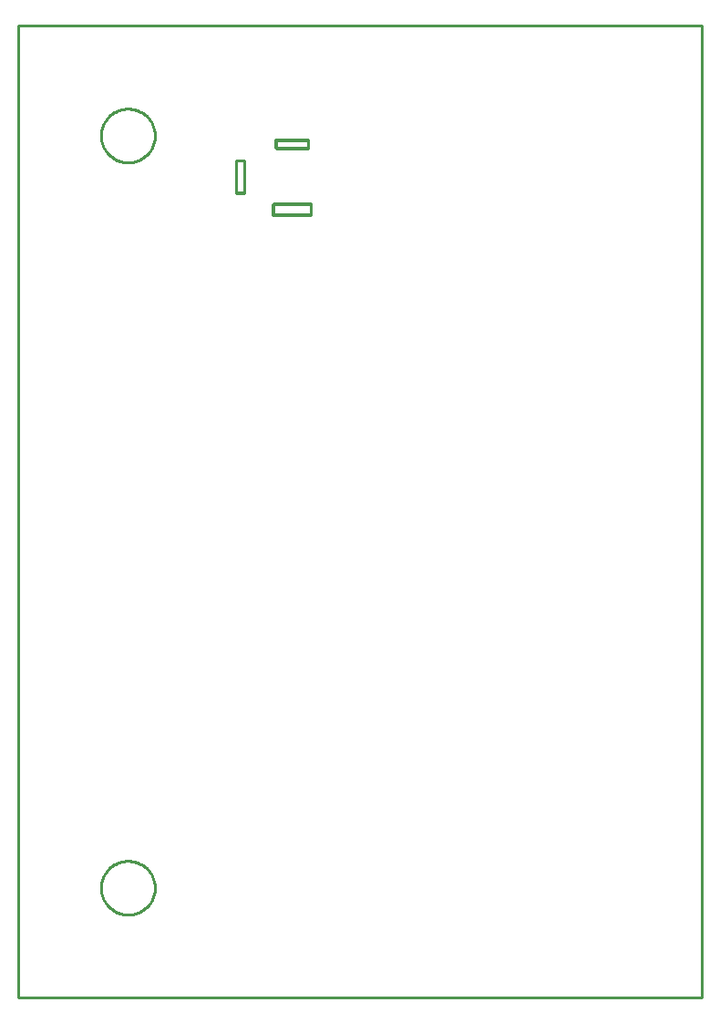
<source format=gbr>
G04 EAGLE Gerber RS-274X export*
G75*
%MOMM*%
%FSLAX34Y34*%
%LPD*%
%IN*%
%IPPOS*%
%AMOC8*
5,1,8,0,0,1.08239X$1,22.5*%
G01*
%ADD10C,0.254000*%


D10*
X-12700Y101600D02*
X622100Y101600D01*
X622100Y1003810D01*
X-12700Y1003810D01*
X-12700Y101600D01*
X189300Y848600D02*
X197300Y848600D01*
X197300Y878600D01*
X189300Y878600D01*
X189300Y848600D01*
X226060Y890270D02*
X256540Y890270D01*
X256540Y897890D01*
X226060Y897890D01*
X226060Y890270D01*
X189230Y848360D02*
X196850Y848360D01*
X196850Y878840D01*
X189230Y878840D01*
X189230Y848360D01*
X226300Y889600D02*
X256300Y889600D01*
X256300Y897600D01*
X226300Y897600D01*
X226300Y889600D01*
X223800Y828600D02*
X258800Y828600D01*
X258800Y838600D01*
X223800Y838600D01*
X223800Y828600D01*
X223520Y828040D02*
X259080Y828040D01*
X259080Y838200D01*
X223520Y838200D01*
X223520Y828040D01*
X113900Y900999D02*
X113821Y899598D01*
X113664Y898204D01*
X113429Y896821D01*
X113117Y895453D01*
X112729Y894105D01*
X112265Y892781D01*
X111729Y891485D01*
X111120Y890221D01*
X110441Y888993D01*
X109695Y887805D01*
X108883Y886661D01*
X108008Y885564D01*
X107074Y884518D01*
X106082Y883526D01*
X105036Y882592D01*
X103939Y881717D01*
X102795Y880905D01*
X101607Y880159D01*
X100379Y879480D01*
X99115Y878871D01*
X97819Y878335D01*
X96495Y877871D01*
X95147Y877483D01*
X93779Y877171D01*
X92396Y876936D01*
X91002Y876779D01*
X89601Y876700D01*
X88199Y876700D01*
X86798Y876779D01*
X85404Y876936D01*
X84021Y877171D01*
X82653Y877483D01*
X81305Y877871D01*
X79981Y878335D01*
X78685Y878871D01*
X77421Y879480D01*
X76193Y880159D01*
X75005Y880905D01*
X73861Y881717D01*
X72764Y882592D01*
X71718Y883526D01*
X70726Y884518D01*
X69792Y885564D01*
X68917Y886661D01*
X68105Y887805D01*
X67359Y888993D01*
X66680Y890221D01*
X66071Y891485D01*
X65535Y892781D01*
X65071Y894105D01*
X64683Y895453D01*
X64371Y896821D01*
X64136Y898204D01*
X63979Y899598D01*
X63900Y900999D01*
X63900Y902401D01*
X63979Y903802D01*
X64136Y905196D01*
X64371Y906579D01*
X64683Y907947D01*
X65071Y909295D01*
X65535Y910619D01*
X66071Y911915D01*
X66680Y913179D01*
X67359Y914407D01*
X68105Y915595D01*
X68917Y916739D01*
X69792Y917836D01*
X70726Y918882D01*
X71718Y919874D01*
X72764Y920808D01*
X73861Y921683D01*
X75005Y922495D01*
X76193Y923241D01*
X77421Y923920D01*
X78685Y924529D01*
X79981Y925065D01*
X81305Y925529D01*
X82653Y925917D01*
X84021Y926229D01*
X85404Y926464D01*
X86798Y926621D01*
X88199Y926700D01*
X89601Y926700D01*
X91002Y926621D01*
X92396Y926464D01*
X93779Y926229D01*
X95147Y925917D01*
X96495Y925529D01*
X97819Y925065D01*
X99115Y924529D01*
X100379Y923920D01*
X101607Y923241D01*
X102795Y922495D01*
X103939Y921683D01*
X105036Y920808D01*
X106082Y919874D01*
X107074Y918882D01*
X108008Y917836D01*
X108883Y916739D01*
X109695Y915595D01*
X110441Y914407D01*
X111120Y913179D01*
X111729Y911915D01*
X112265Y910619D01*
X112729Y909295D01*
X113117Y907947D01*
X113429Y906579D01*
X113664Y905196D01*
X113821Y903802D01*
X113900Y902401D01*
X113900Y900999D01*
X113900Y202499D02*
X113821Y201098D01*
X113664Y199704D01*
X113429Y198321D01*
X113117Y196953D01*
X112729Y195605D01*
X112265Y194281D01*
X111729Y192985D01*
X111120Y191721D01*
X110441Y190493D01*
X109695Y189305D01*
X108883Y188161D01*
X108008Y187064D01*
X107074Y186018D01*
X106082Y185026D01*
X105036Y184092D01*
X103939Y183217D01*
X102795Y182405D01*
X101607Y181659D01*
X100379Y180980D01*
X99115Y180371D01*
X97819Y179835D01*
X96495Y179371D01*
X95147Y178983D01*
X93779Y178671D01*
X92396Y178436D01*
X91002Y178279D01*
X89601Y178200D01*
X88199Y178200D01*
X86798Y178279D01*
X85404Y178436D01*
X84021Y178671D01*
X82653Y178983D01*
X81305Y179371D01*
X79981Y179835D01*
X78685Y180371D01*
X77421Y180980D01*
X76193Y181659D01*
X75005Y182405D01*
X73861Y183217D01*
X72764Y184092D01*
X71718Y185026D01*
X70726Y186018D01*
X69792Y187064D01*
X68917Y188161D01*
X68105Y189305D01*
X67359Y190493D01*
X66680Y191721D01*
X66071Y192985D01*
X65535Y194281D01*
X65071Y195605D01*
X64683Y196953D01*
X64371Y198321D01*
X64136Y199704D01*
X63979Y201098D01*
X63900Y202499D01*
X63900Y203901D01*
X63979Y205302D01*
X64136Y206696D01*
X64371Y208079D01*
X64683Y209447D01*
X65071Y210795D01*
X65535Y212119D01*
X66071Y213415D01*
X66680Y214679D01*
X67359Y215907D01*
X68105Y217095D01*
X68917Y218239D01*
X69792Y219336D01*
X70726Y220382D01*
X71718Y221374D01*
X72764Y222308D01*
X73861Y223183D01*
X75005Y223995D01*
X76193Y224741D01*
X77421Y225420D01*
X78685Y226029D01*
X79981Y226565D01*
X81305Y227029D01*
X82653Y227417D01*
X84021Y227729D01*
X85404Y227964D01*
X86798Y228121D01*
X88199Y228200D01*
X89601Y228200D01*
X91002Y228121D01*
X92396Y227964D01*
X93779Y227729D01*
X95147Y227417D01*
X96495Y227029D01*
X97819Y226565D01*
X99115Y226029D01*
X100379Y225420D01*
X101607Y224741D01*
X102795Y223995D01*
X103939Y223183D01*
X105036Y222308D01*
X106082Y221374D01*
X107074Y220382D01*
X108008Y219336D01*
X108883Y218239D01*
X109695Y217095D01*
X110441Y215907D01*
X111120Y214679D01*
X111729Y213415D01*
X112265Y212119D01*
X112729Y210795D01*
X113117Y209447D01*
X113429Y208079D01*
X113664Y206696D01*
X113821Y205302D01*
X113900Y203901D01*
X113900Y202499D01*
M02*

</source>
